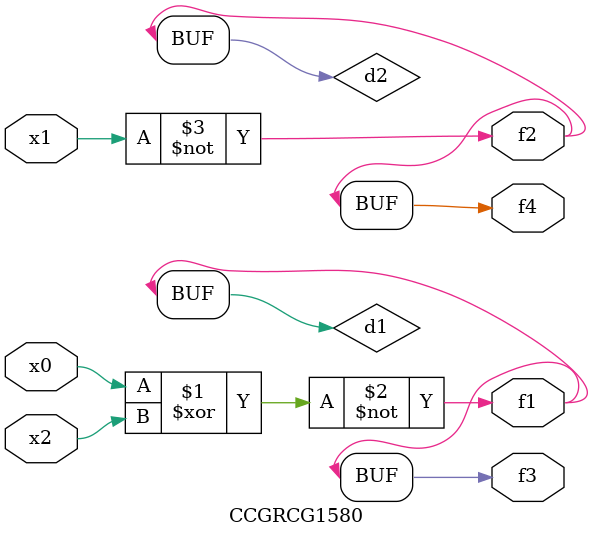
<source format=v>
module CCGRCG1580(
	input x0, x1, x2,
	output f1, f2, f3, f4
);

	wire d1, d2, d3;

	xnor (d1, x0, x2);
	nand (d2, x1);
	nor (d3, x1, x2);
	assign f1 = d1;
	assign f2 = d2;
	assign f3 = d1;
	assign f4 = d2;
endmodule

</source>
